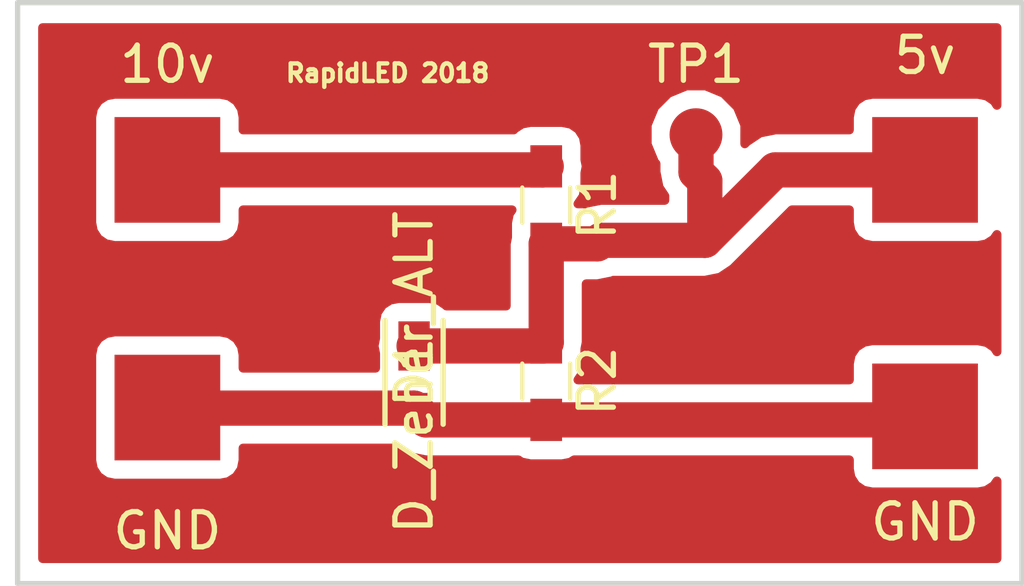
<source format=kicad_pcb>
(kicad_pcb (version 4) (host pcbnew 4.0.7)

  (general
    (links 8)
    (no_connects 0)
    (area 138.5 97.424999 175.02143 114.075001)
    (thickness 1.6)
    (drawings 5)
    (tracks 19)
    (zones 0)
    (modules 8)
    (nets 4)
  )

  (page A4)
  (layers
    (0 F.Cu signal)
    (31 B.Cu signal)
    (32 B.Adhes user)
    (33 F.Adhes user)
    (34 B.Paste user)
    (35 F.Paste user)
    (36 B.SilkS user)
    (37 F.SilkS user)
    (38 B.Mask user)
    (39 F.Mask user)
    (40 Dwgs.User user)
    (41 Cmts.User user)
    (42 Eco1.User user)
    (43 Eco2.User user)
    (44 Edge.Cuts user)
    (45 Margin user)
    (46 B.CrtYd user hide)
    (47 F.CrtYd user)
    (48 B.Fab user)
    (49 F.Fab user hide)
  )

  (setup
    (last_trace_width 1)
    (trace_clearance 0.2)
    (zone_clearance 0.508)
    (zone_45_only no)
    (trace_min 0.2)
    (segment_width 0.2)
    (edge_width 0.15)
    (via_size 0.6)
    (via_drill 0.4)
    (via_min_size 0.4)
    (via_min_drill 0.3)
    (uvia_size 0.3)
    (uvia_drill 0.1)
    (uvias_allowed no)
    (uvia_min_size 0.2)
    (uvia_min_drill 0.1)
    (pcb_text_width 0.3)
    (pcb_text_size 1.5 1.5)
    (mod_edge_width 0.15)
    (mod_text_size 1 1)
    (mod_text_width 0.15)
    (pad_size 1.5 1.5)
    (pad_drill 0)
    (pad_to_mask_clearance 0.2)
    (aux_axis_origin 0 0)
    (visible_elements 7FFFFFFF)
    (pcbplotparams
      (layerselection 0x00030_80000001)
      (usegerberextensions false)
      (excludeedgelayer true)
      (linewidth 0.100000)
      (plotframeref false)
      (viasonmask false)
      (mode 1)
      (useauxorigin false)
      (hpglpennumber 1)
      (hpglpenspeed 20)
      (hpglpendiameter 15)
      (hpglpenoverlay 2)
      (psnegative false)
      (psa4output false)
      (plotreference true)
      (plotvalue true)
      (plotinvisibletext false)
      (padsonsilk false)
      (subtractmaskfromsilk false)
      (outputformat 1)
      (mirror false)
      (drillshape 0)
      (scaleselection 1)
      (outputdirectory ""))
  )

  (net 0 "")
  (net 1 "Net-(D1-Pad1)")
  (net 2 GND)
  (net 3 "Net-(R1-Pad1)")

  (net_class Default "This is the default net class."
    (clearance 0.2)
    (trace_width 1)
    (via_dia 0.6)
    (via_drill 0.4)
    (uvia_dia 0.3)
    (uvia_drill 0.1)
    (add_net GND)
    (add_net "Net-(D1-Pad1)")
    (add_net "Net-(R1-Pad1)")
  )

  (module Measurement_Points:Measurement_Point_Square-SMD-Pad_Big (layer F.Cu) (tedit 5A7B515A) (tstamp 5A7B5294)
    (at 164.75 109.25)
    (descr "Mesurement Point, Square, SMD Pad,  3mm x 3mm,")
    (tags "Mesurement Point Square SMD Pad 3x3mm")
    (path /5A7B4E3C)
    (attr virtual)
    (fp_text reference GND (at 0 3) (layer F.SilkS)
      (effects (font (size 1 1) (thickness 0.15)))
    )
    (fp_text value TEST (at 0 3) (layer F.Fab)
      (effects (font (size 1 1) (thickness 0.15)))
    )
    (fp_line (start -1.75 -1.75) (end 1.75 -1.75) (layer F.CrtYd) (width 0.05))
    (fp_line (start 1.75 -1.75) (end 1.75 1.75) (layer F.CrtYd) (width 0.05))
    (fp_line (start 1.75 1.75) (end -1.75 1.75) (layer F.CrtYd) (width 0.05))
    (fp_line (start -1.75 1.75) (end -1.75 -1.75) (layer F.CrtYd) (width 0.05))
    (pad 1 smd rect (at 0 0) (size 3 3) (layers F.Cu F.Mask)
      (net 2 GND))
  )

  (module LogicConverter:MSP5.0A-M3_89A (layer F.Cu) (tedit 0) (tstamp 5A7B5112)
    (at 150.25 108 270)
    (path /5A7B4E99)
    (fp_text reference D1 (at 0 0 270) (layer F.SilkS)
      (effects (font (size 1 1) (thickness 0.15)))
    )
    (fp_text value D_Zener_ALT (at 0 0 270) (layer F.SilkS)
      (effects (font (size 1 1) (thickness 0.15)))
    )
    (fp_text user "Copyright 2016 Accelerated Designs. All rights reserved." (at 0 0 270) (layer Cmts.User)
      (effects (font (size 0.127 0.127) (thickness 0.002)))
    )
    (fp_line (start -1.3462 0.4445) (end -1.3462 -0.4445) (layer Dwgs.User) (width 0.1524))
    (fp_line (start -1.3462 -0.4445) (end -1.3462 -0.4445) (layer Dwgs.User) (width 0.1524))
    (fp_line (start -1.3462 -0.4445) (end -1.3462 0.4445) (layer Dwgs.User) (width 0.1524))
    (fp_line (start -1.3462 0.4445) (end -1.3462 0.4445) (layer Dwgs.User) (width 0.1524))
    (fp_line (start 1.3462 -0.381) (end 1.3462 0.381) (layer Dwgs.User) (width 0.1524))
    (fp_line (start 1.3462 0.381) (end 1.3462 0.381) (layer Dwgs.User) (width 0.1524))
    (fp_line (start 1.3462 0.381) (end 1.3462 -0.381) (layer Dwgs.User) (width 0.1524))
    (fp_line (start 1.3462 -0.381) (end 1.3462 -0.381) (layer Dwgs.User) (width 0.1524))
    (fp_line (start -1.4732 0.8255) (end 1.4732 0.8255) (layer F.SilkS) (width 0.1524))
    (fp_line (start 1.4732 -0.8255) (end -1.4732 -0.8255) (layer F.SilkS) (width 0.1524))
    (fp_line (start -1.3462 0.6985) (end 1.3462 0.6985) (layer Dwgs.User) (width 0.1524))
    (fp_line (start 1.3462 0.6985) (end 1.3462 -0.6985) (layer Dwgs.User) (width 0.1524))
    (fp_line (start 1.3462 -0.6985) (end -1.3462 -0.6985) (layer Dwgs.User) (width 0.1524))
    (fp_line (start -1.3462 -0.6985) (end -1.3462 0.6985) (layer Dwgs.User) (width 0.1524))
    (pad 1 smd rect (at -0.7493 0 270) (size 1.397 0.889) (layers F.Cu F.Paste F.Mask)
      (net 1 "Net-(D1-Pad1)"))
    (pad 2 smd rect (at 1.016 0 270) (size 0.8636 0.762) (layers F.Cu F.Paste F.Mask)
      (net 2 GND))
  )

  (module Resistors_SMD:R_0603_HandSoldering (layer F.Cu) (tedit 58E0A804) (tstamp 5A7B5123)
    (at 154 103.25 270)
    (descr "Resistor SMD 0603, hand soldering")
    (tags "resistor 0603")
    (path /5A7B4CDC)
    (attr smd)
    (fp_text reference R1 (at 0 -1.45 270) (layer F.SilkS)
      (effects (font (size 1 1) (thickness 0.15)))
    )
    (fp_text value 10K (at 0 1.55 270) (layer F.Fab)
      (effects (font (size 1 1) (thickness 0.15)))
    )
    (fp_text user %R (at 0 0 270) (layer F.Fab)
      (effects (font (size 0.4 0.4) (thickness 0.075)))
    )
    (fp_line (start -0.8 0.4) (end -0.8 -0.4) (layer F.Fab) (width 0.1))
    (fp_line (start 0.8 0.4) (end -0.8 0.4) (layer F.Fab) (width 0.1))
    (fp_line (start 0.8 -0.4) (end 0.8 0.4) (layer F.Fab) (width 0.1))
    (fp_line (start -0.8 -0.4) (end 0.8 -0.4) (layer F.Fab) (width 0.1))
    (fp_line (start 0.5 0.68) (end -0.5 0.68) (layer F.SilkS) (width 0.12))
    (fp_line (start -0.5 -0.68) (end 0.5 -0.68) (layer F.SilkS) (width 0.12))
    (fp_line (start -1.96 -0.7) (end 1.95 -0.7) (layer F.CrtYd) (width 0.05))
    (fp_line (start -1.96 -0.7) (end -1.96 0.7) (layer F.CrtYd) (width 0.05))
    (fp_line (start 1.95 0.7) (end 1.95 -0.7) (layer F.CrtYd) (width 0.05))
    (fp_line (start 1.95 0.7) (end -1.96 0.7) (layer F.CrtYd) (width 0.05))
    (pad 1 smd rect (at -1.1 0 270) (size 1.2 0.9) (layers F.Cu F.Paste F.Mask)
      (net 3 "Net-(R1-Pad1)"))
    (pad 2 smd rect (at 1.1 0 270) (size 1.2 0.9) (layers F.Cu F.Paste F.Mask)
      (net 1 "Net-(D1-Pad1)"))
    (model ${KISYS3DMOD}/Resistors_SMD.3dshapes/R_0603.wrl
      (at (xyz 0 0 0))
      (scale (xyz 1 1 1))
      (rotate (xyz 0 0 0))
    )
  )

  (module Resistors_SMD:R_0603_HandSoldering (layer F.Cu) (tedit 58E0A804) (tstamp 5A7B5134)
    (at 154 108.25 270)
    (descr "Resistor SMD 0603, hand soldering")
    (tags "resistor 0603")
    (path /5A7B4D2F)
    (attr smd)
    (fp_text reference R2 (at 0 -1.45 270) (layer F.SilkS)
      (effects (font (size 1 1) (thickness 0.15)))
    )
    (fp_text value 10K (at 0 1.55 270) (layer F.Fab)
      (effects (font (size 1 1) (thickness 0.15)))
    )
    (fp_text user %R (at 0 0 270) (layer F.Fab)
      (effects (font (size 0.4 0.4) (thickness 0.075)))
    )
    (fp_line (start -0.8 0.4) (end -0.8 -0.4) (layer F.Fab) (width 0.1))
    (fp_line (start 0.8 0.4) (end -0.8 0.4) (layer F.Fab) (width 0.1))
    (fp_line (start 0.8 -0.4) (end 0.8 0.4) (layer F.Fab) (width 0.1))
    (fp_line (start -0.8 -0.4) (end 0.8 -0.4) (layer F.Fab) (width 0.1))
    (fp_line (start 0.5 0.68) (end -0.5 0.68) (layer F.SilkS) (width 0.12))
    (fp_line (start -0.5 -0.68) (end 0.5 -0.68) (layer F.SilkS) (width 0.12))
    (fp_line (start -1.96 -0.7) (end 1.95 -0.7) (layer F.CrtYd) (width 0.05))
    (fp_line (start -1.96 -0.7) (end -1.96 0.7) (layer F.CrtYd) (width 0.05))
    (fp_line (start 1.95 0.7) (end 1.95 -0.7) (layer F.CrtYd) (width 0.05))
    (fp_line (start 1.95 0.7) (end -1.96 0.7) (layer F.CrtYd) (width 0.05))
    (pad 1 smd rect (at -1.1 0 270) (size 1.2 0.9) (layers F.Cu F.Paste F.Mask)
      (net 1 "Net-(D1-Pad1)"))
    (pad 2 smd rect (at 1.1 0 270) (size 1.2 0.9) (layers F.Cu F.Paste F.Mask)
      (net 2 GND))
    (model ${KISYS3DMOD}/Resistors_SMD.3dshapes/R_0603.wrl
      (at (xyz 0 0 0))
      (scale (xyz 1 1 1))
      (rotate (xyz 0 0 0))
    )
  )

  (module Measurement_Points:Measurement_Point_Square-SMD-Pad_Big (layer F.Cu) (tedit 5A7B516E) (tstamp 5A7B513D)
    (at 143.25 102.25)
    (descr "Mesurement Point, Square, SMD Pad,  3mm x 3mm,")
    (tags "Mesurement Point Square SMD Pad 3x3mm")
    (path /5A7B4DE1)
    (attr virtual)
    (fp_text reference 10v (at 0 -3) (layer F.SilkS)
      (effects (font (size 1 1) (thickness 0.15)))
    )
    (fp_text value TEST (at 0 3) (layer F.Fab)
      (effects (font (size 1 1) (thickness 0.15)))
    )
    (fp_line (start -1.75 -1.75) (end 1.75 -1.75) (layer F.CrtYd) (width 0.05))
    (fp_line (start 1.75 -1.75) (end 1.75 1.75) (layer F.CrtYd) (width 0.05))
    (fp_line (start 1.75 1.75) (end -1.75 1.75) (layer F.CrtYd) (width 0.05))
    (fp_line (start -1.75 1.75) (end -1.75 -1.75) (layer F.CrtYd) (width 0.05))
    (pad 1 smd rect (at 0 0) (size 3 3) (layers F.Cu F.Mask)
      (net 3 "Net-(R1-Pad1)"))
  )

  (module Measurement_Points:Measurement_Point_Square-SMD-Pad_Big (layer F.Cu) (tedit 5A7B5153) (tstamp 5A7B5146)
    (at 143.25 109)
    (descr "Mesurement Point, Square, SMD Pad,  3mm x 3mm,")
    (tags "Mesurement Point Square SMD Pad 3x3mm")
    (path /5A7B4E3C)
    (attr virtual)
    (fp_text reference GND (at 0 3.5 180) (layer F.SilkS)
      (effects (font (size 1 1) (thickness 0.15)))
    )
    (fp_text value TEST (at 0 3) (layer F.Fab)
      (effects (font (size 1 1) (thickness 0.15)))
    )
    (fp_line (start -1.75 -1.75) (end 1.75 -1.75) (layer F.CrtYd) (width 0.05))
    (fp_line (start 1.75 -1.75) (end 1.75 1.75) (layer F.CrtYd) (width 0.05))
    (fp_line (start 1.75 1.75) (end -1.75 1.75) (layer F.CrtYd) (width 0.05))
    (fp_line (start -1.75 1.75) (end -1.75 -1.75) (layer F.CrtYd) (width 0.05))
    (pad 1 smd rect (at 0 0) (size 3 3) (layers F.Cu F.Mask)
      (net 2 GND))
  )

  (module Measurement_Points:Measurement_Point_Square-SMD-Pad_Big (layer F.Cu) (tedit 5A7B5165) (tstamp 5A7B514F)
    (at 164.75 102.25)
    (descr "Mesurement Point, Square, SMD Pad,  3mm x 3mm,")
    (tags "Mesurement Point Square SMD Pad 3x3mm")
    (path /5A7B4EF4)
    (attr virtual)
    (fp_text reference 5v (at 0 -3.25) (layer F.SilkS)
      (effects (font (size 1 1) (thickness 0.15)))
    )
    (fp_text value TEST (at 0 3) (layer F.Fab)
      (effects (font (size 1 1) (thickness 0.15)))
    )
    (fp_line (start -1.75 -1.75) (end 1.75 -1.75) (layer F.CrtYd) (width 0.05))
    (fp_line (start 1.75 -1.75) (end 1.75 1.75) (layer F.CrtYd) (width 0.05))
    (fp_line (start 1.75 1.75) (end -1.75 1.75) (layer F.CrtYd) (width 0.05))
    (fp_line (start -1.75 1.75) (end -1.75 -1.75) (layer F.CrtYd) (width 0.05))
    (pad 1 smd rect (at 0 0) (size 3 3) (layers F.Cu F.Mask)
      (net 1 "Net-(D1-Pad1)"))
  )

  (module Measurement_Points:Measurement_Point_Round-SMD-Pad_Small (layer F.Cu) (tedit 5A7B522F) (tstamp 5A7B5303)
    (at 158.25 101.25)
    (descr "Mesurement Point, Round, SMD Pad, DM 1.5mm,")
    (tags "Mesurement Point Round SMD Pad 1.5mm")
    (attr virtual)
    (fp_text reference TP1 (at 0 -2) (layer F.SilkS)
      (effects (font (size 1 1) (thickness 0.15)))
    )
    (fp_text value Measurement_Point_Round-SMD-Pad_Small (at 0 2) (layer F.Fab)
      (effects (font (size 1 1) (thickness 0.15)))
    )
    (fp_circle (center 0 0) (end 1 0) (layer F.CrtYd) (width 0.05))
    (pad 1 smd circle (at 0 0) (size 1.5 1.5) (layers F.Cu F.Mask)
      (net 1 "Net-(D1-Pad1)"))
  )

  (gr_text "RapidLED 2018" (at 149.5 99.5) (layer F.SilkS)
    (effects (font (size 0.5 0.5) (thickness 0.125)))
  )
  (gr_line (start 167.5 97.5) (end 139 97.5) (layer Edge.Cuts) (width 0.15))
  (gr_line (start 167.5 114) (end 167.5 97.5) (layer Edge.Cuts) (width 0.15))
  (gr_line (start 139 114) (end 167.5 114) (layer Edge.Cuts) (width 0.15))
  (gr_line (start 139 97.5) (end 139 114) (layer Edge.Cuts) (width 0.15))

  (segment (start 158.25 101.25) (end 158.25 102.31066) (width 1) (layer F.Cu) (net 1))
  (segment (start 158.25 102.31066) (end 158.5 102.56066) (width 1) (layer F.Cu) (net 1))
  (segment (start 158.5 102.56066) (end 158.5 104.25) (width 1) (layer F.Cu) (net 1))
  (segment (start 158.5 104.25) (end 160.5 102.25) (width 1) (layer F.Cu) (net 1))
  (segment (start 160.5 102.25) (end 164.75 102.25) (width 1) (layer F.Cu) (net 1))
  (segment (start 155.55 104.25) (end 158.5 104.25) (width 1) (layer F.Cu) (net 1))
  (segment (start 154 104.35) (end 155.45 104.35) (width 1) (layer F.Cu) (net 1))
  (segment (start 155.45 104.35) (end 155.55 104.25) (width 1) (layer F.Cu) (net 1))
  (segment (start 150.25 107.2507) (end 153.8993 107.2507) (width 1) (layer F.Cu) (net 1))
  (segment (start 153.8993 107.2507) (end 154 107.15) (width 1) (layer F.Cu) (net 1))
  (segment (start 154 104.35) (end 154 107.15) (width 1) (layer F.Cu) (net 1))
  (segment (start 154 109.35) (end 164.65 109.35) (width 1) (layer F.Cu) (net 2))
  (segment (start 164.65 109.35) (end 164.75 109.25) (width 1) (layer F.Cu) (net 2))
  (segment (start 150.25 109.016) (end 143.266 109.016) (width 1) (layer F.Cu) (net 2))
  (segment (start 143.266 109.016) (end 143.25 109) (width 1) (layer F.Cu) (net 2))
  (segment (start 154 109.35) (end 150.584 109.35) (width 1) (layer F.Cu) (net 2))
  (segment (start 150.584 109.35) (end 150.25 109.016) (width 1) (layer F.Cu) (net 2))
  (segment (start 143.25 102.25) (end 153.9 102.25) (width 1) (layer F.Cu) (net 3))
  (segment (start 153.9 102.25) (end 154 102.15) (width 1) (layer F.Cu) (net 3))

  (zone (net 0) (net_name "") (layer F.Cu) (tstamp 0) (hatch edge 0.508)
    (connect_pads (clearance 0.508))
    (min_thickness 0.254)
    (fill yes (arc_segments 16) (thermal_gap 0.508) (thermal_bridge_width 0.508))
    (polygon
      (pts
        (xy 139 97.5) (xy 139 114) (xy 167.5 114) (xy 167.5 97.5) (xy 138.5 97.5)
      )
    )
    (filled_polygon
      (pts
        (xy 166.79 100.416526) (xy 166.71409 100.298559) (xy 166.50189 100.153569) (xy 166.25 100.10256) (xy 163.25 100.10256)
        (xy 163.014683 100.146838) (xy 162.798559 100.28591) (xy 162.653569 100.49811) (xy 162.60256 100.75) (xy 162.60256 101.115)
        (xy 160.5 101.115) (xy 160.065654 101.201397) (xy 159.730021 101.42566) (xy 159.697434 101.447434) (xy 159.634773 101.510095)
        (xy 159.63524 100.975715) (xy 159.424831 100.466485) (xy 159.035564 100.076539) (xy 158.526702 99.865241) (xy 157.975715 99.86476)
        (xy 157.466485 100.075169) (xy 157.076539 100.464436) (xy 156.865241 100.973298) (xy 156.86476 101.524285) (xy 157.075169 102.033515)
        (xy 157.115 102.073415) (xy 157.115 102.31066) (xy 157.201397 102.745006) (xy 157.361968 102.985317) (xy 157.365 102.989855)
        (xy 157.365 103.115) (xy 155.55 103.115) (xy 155.115654 103.201397) (xy 155.095296 103.215) (xy 154.900027 103.215)
        (xy 154.901441 103.21409) (xy 155.046431 103.00189) (xy 155.09744 102.75) (xy 155.09744 102.338824) (xy 155.134999 102.15)
        (xy 155.09744 101.961177) (xy 155.09744 101.55) (xy 155.053162 101.314683) (xy 154.91409 101.098559) (xy 154.70189 100.953569)
        (xy 154.45 100.90256) (xy 153.55 100.90256) (xy 153.314683 100.946838) (xy 153.098559 101.08591) (xy 153.078683 101.115)
        (xy 145.39744 101.115) (xy 145.39744 100.75) (xy 145.353162 100.514683) (xy 145.21409 100.298559) (xy 145.00189 100.153569)
        (xy 144.75 100.10256) (xy 141.75 100.10256) (xy 141.514683 100.146838) (xy 141.298559 100.28591) (xy 141.153569 100.49811)
        (xy 141.10256 100.75) (xy 141.10256 103.75) (xy 141.146838 103.985317) (xy 141.28591 104.201441) (xy 141.49811 104.346431)
        (xy 141.75 104.39744) (xy 144.75 104.39744) (xy 144.985317 104.353162) (xy 145.201441 104.21409) (xy 145.346431 104.00189)
        (xy 145.39744 103.75) (xy 145.39744 103.385) (xy 153.030854 103.385) (xy 152.953569 103.49811) (xy 152.90256 103.75)
        (xy 152.90256 104.161174) (xy 152.865 104.35) (xy 152.865 106.1157) (xy 151.168204 106.1157) (xy 151.15859 106.100759)
        (xy 150.94639 105.955769) (xy 150.6945 105.90476) (xy 149.8055 105.90476) (xy 149.570183 105.949038) (xy 149.354059 106.08811)
        (xy 149.209069 106.30031) (xy 149.15806 106.5522) (xy 149.15806 107.034223) (xy 149.115 107.2507) (xy 149.15806 107.467177)
        (xy 149.15806 107.881) (xy 145.39744 107.881) (xy 145.39744 107.5) (xy 145.353162 107.264683) (xy 145.21409 107.048559)
        (xy 145.00189 106.903569) (xy 144.75 106.85256) (xy 141.75 106.85256) (xy 141.514683 106.896838) (xy 141.298559 107.03591)
        (xy 141.153569 107.24811) (xy 141.10256 107.5) (xy 141.10256 110.5) (xy 141.146838 110.735317) (xy 141.28591 110.951441)
        (xy 141.49811 111.096431) (xy 141.75 111.14744) (xy 144.75 111.14744) (xy 144.985317 111.103162) (xy 145.201441 110.96409)
        (xy 145.346431 110.75189) (xy 145.39744 110.5) (xy 145.39744 110.151) (xy 149.779868 110.151) (xy 149.781434 110.152566)
        (xy 150.149654 110.398603) (xy 150.584 110.485) (xy 153.208203 110.485) (xy 153.29811 110.546431) (xy 153.55 110.59744)
        (xy 154.45 110.59744) (xy 154.685317 110.553162) (xy 154.791244 110.485) (xy 162.60256 110.485) (xy 162.60256 110.75)
        (xy 162.646838 110.985317) (xy 162.78591 111.201441) (xy 162.99811 111.346431) (xy 163.25 111.39744) (xy 166.25 111.39744)
        (xy 166.485317 111.353162) (xy 166.701441 111.21409) (xy 166.79 111.08448) (xy 166.79 113.29) (xy 139.71 113.29)
        (xy 139.71 98.21) (xy 166.79 98.21)
      )
    )
    (filled_polygon
      (pts
        (xy 162.60256 103.75) (xy 162.646838 103.985317) (xy 162.78591 104.201441) (xy 162.99811 104.346431) (xy 163.25 104.39744)
        (xy 166.25 104.39744) (xy 166.485317 104.353162) (xy 166.701441 104.21409) (xy 166.79 104.08448) (xy 166.79 107.416526)
        (xy 166.71409 107.298559) (xy 166.50189 107.153569) (xy 166.25 107.10256) (xy 163.25 107.10256) (xy 163.014683 107.146838)
        (xy 162.798559 107.28591) (xy 162.653569 107.49811) (xy 162.60256 107.75) (xy 162.60256 108.215) (xy 154.900027 108.215)
        (xy 154.901441 108.21409) (xy 155.046431 108.00189) (xy 155.09744 107.75) (xy 155.09744 107.338826) (xy 155.135 107.15)
        (xy 155.135 105.485) (xy 155.45 105.485) (xy 155.884346 105.398603) (xy 155.904704 105.385) (xy 158.5 105.385)
        (xy 158.934346 105.298603) (xy 159.302566 105.052566) (xy 160.970132 103.385) (xy 162.60256 103.385)
      )
    )
  )
)

</source>
